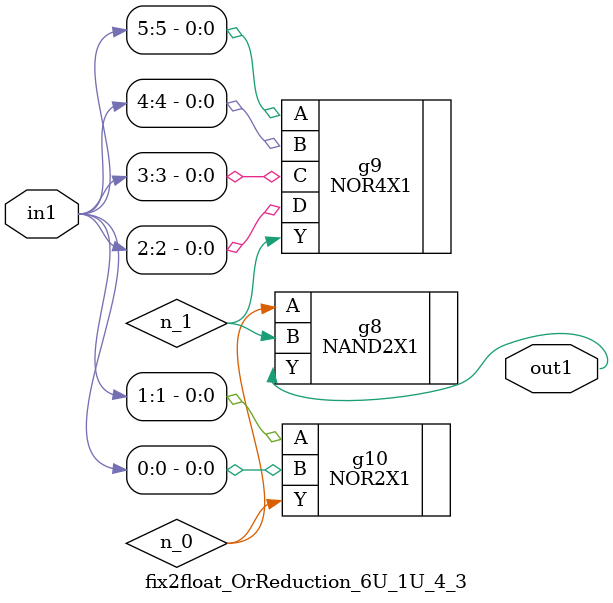
<source format=v>
`timescale 1ps / 1ps


module fix2float_OrReduction_6U_1U_4_3(in1, out1);
  input [5:0] in1;
  output out1;
  wire [5:0] in1;
  wire out1;
  wire n_0, n_1;
  NAND2X1 g8(.A (n_0), .B (n_1), .Y (out1));
  NOR4X1 g9(.A (in1[5]), .B (in1[4]), .C (in1[3]), .D (in1[2]), .Y
       (n_1));
  NOR2X1 g10(.A (in1[1]), .B (in1[0]), .Y (n_0));
endmodule



</source>
